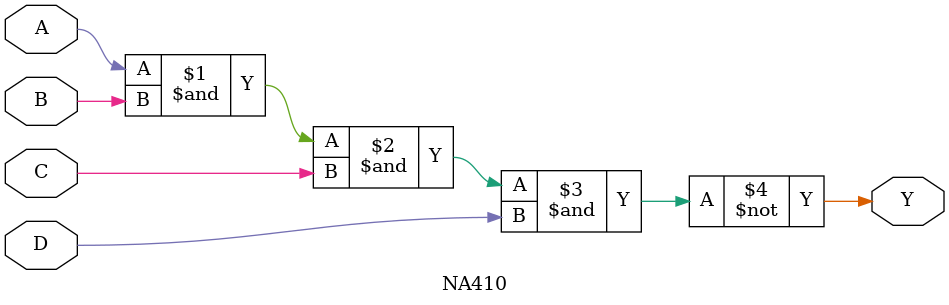
<source format=v>

module NA410 (  A , B , C , D , Y );

// Verilog Port Declaration section

   input  A;
   input  B;
   input  C;
   input  D;
   output Y;


// Verilog Structure section (in terms of gate prims)


          nand  #1 ( Y , A , B , C , D ) ;

endmodule

</source>
